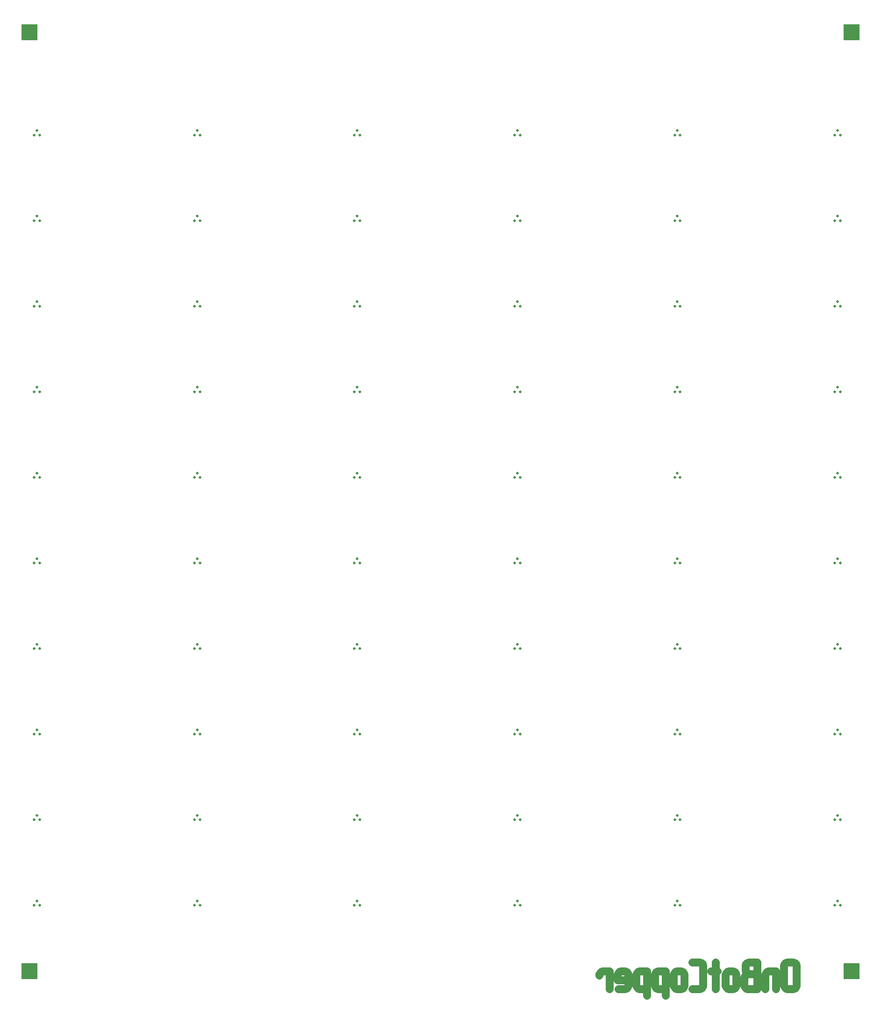
<source format=gbr>
G04 FreePCB MFC Application*
G04 Version: ÏëàòÔîðì 2.427*
G04 Author: niconson.com *
G04 WebSite: https://niconson.com/freepcb2 *
G04 Repositories: https://github.com/niconson *
G04 D:\Works\ÏëàòÔîðì íà ðóññêîì\Projects\Led\version-01\(wERRORS)CAM(Driver-01)(9-14-2025)\Driver-01.BML.gbr*

G04 Objects of panelization *
G04 âèä íèç layer *
G04 Scale: 100 percent, Rotated: No, Reflected: No *
%FSLAX26Y26*%
%MOIN*%
G04 âèä íèç *
G04 Rounded Rectangle Macro, params: W/2, H/2, R *
%AMRNDREC*
21,1,$1+$1,$2+$2-$3-$3,0,0,0*
21,1,$1+$1-$3-$3,$2+$2,0,0,0*
1,1,$3+$3,$1-$3,$2-$3*
1,1,$3+$3,$3-$1,$2-$3*
1,1,$3+$3,$1-$3,$3-$2*
1,1,$3+$3,$3-$1,$3-$2*%
G04 Rectangular Thermal Macro, params: W/4, H/4, TW/4, TC/4 *
%AMRECTHERM*
21,1,$1+$1-$3-$3-$4-$4,$2+$2-$3-$3-$4-$4-$4-$4,0-$1-$3-$4,0-$2-$3,0*
21,1,$1+$1-$3-$3-$4-$4-$4-$4,$2+$2-$3-$3-$4-$4,0-$1-$3,0-$2-$3-$4,0*
1,1,$4+$4+$4+$4,0-$1-$1+$4+$4,0-$2-$2+$4+$4*
1,1,$4+$4+$4+$4,0-$1-$1+$4+$4,0-$3-$3-$4-$4*
1,1,$4+$4+$4+$4,0-$3-$3-$4-$4,0-$2-$2+$4+$4*
21,1,$1+$1-$3-$3-$4-$4,$2+$2-$3-$3-$4-$4-$4-$4,0-$1-$3-$4,$2+$3,0*
21,1,$1+$1-$3-$3-$4-$4-$4-$4,$2+$2-$3-$3-$4-$4,0-$1-$3,$2+$3+$4,0*
1,1,$4+$4+$4+$4,0-$1-$1+$4+$4,$2+$2-$4-$4*
1,1,$4+$4+$4+$4,0-$1-$1+$4+$4,$3+$3+$4+$4*
1,1,$4+$4+$4+$4,0-$3-$3-$4-$4,$2+$2-$4-$4*
21,1,$1+$1-$3-$3-$4-$4,$2+$2-$3-$3-$4-$4-$4-$4,$1+$3+$4,0-$2-$3,0*
21,1,$1+$1-$3-$3-$4-$4-$4-$4,$2+$2-$3-$3-$4-$4,$1+$3,0-$2-$3-$4,0*
1,1,$4+$4+$4+$4,$1+$1-$4-$4,0-$2-$2+$4+$4*
1,1,$4+$4+$4+$4,$1+$1-$4-$4,0-$3-$3-$4-$4*
1,1,$4+$4+$4+$4,$3+$3+$4+$4,0-$2-$2+$4+$4*
21,1,$1+$1-$3-$3-$4-$4,$2+$2-$3-$3-$4-$4-$4-$4,$1+$3+$4,$2+$3,0*
21,1,$1+$1-$3-$3-$4-$4-$4-$4,$2+$2-$3-$3-$4-$4,$1+$3,$2+$3+$4,0*
1,1,$4+$4+$4+$4,$1+$1-$4-$4,$2+$2-$4-$4*
1,1,$4+$4+$4+$4,$1+$1-$4-$4,$3+$3+$4+$4*
1,1,$4+$4+$4+$4,$3+$3+$4+$4,$2+$2-$4-$4*%
%AMRECTHERM_45*
21,1,$1+$1+$1+$1,$2+$2+$2+$2-$4-$4-$4-$4-$4-$4-$4-$4-$4-$4-$3-$3,0,0,0*
21,1,$1+$1+$1+$1-$4-$4-$4-$4-$4-$4-$4-$4-$4-$4-$3-$3,$2+$2+$2+$2,0,0,0*
1,1,$4+$4+$4+$4,$1+$1-$4-$4,$2+$2-$4-$4-$4-$4-$4-$3*
1,1,$4+$4+$4+$4,$1+$1-$4-$4,0-$2-$2+$4+$4+$4+$4+$4+$3*
1,1,$4+$4+$4+$4,$1+$1-$4-$4-$4-$4-$4-$3,$2+$2-$4-$4*
1,1,$4+$4+$4+$4,0-$1-$1+$4+$4+$4+$4+$4+$3,$2+$2-$4-$4*
1,1,$4+$4+$4+$4,0-$1-$1+$4+$4,$2+$2-$4-$4-$4-$4-$4-$3*
1,1,$4+$4+$4+$4,0-$1-$1+$4+$4,0-$2-$2+$4+$4+$4+$4+$4+$3*
1,1,$4+$4+$4+$4,$1+$1-$4-$4-$4-$4-$4-$3,0-$2-$2+$4+$4*
1,1,$4+$4+$4+$4,0-$1-$1+$4+$4+$4+$4+$4+$3,0-$2-$2+$4+$4*%
%ADD10R,0.118110X0.118110*%
%ADD11C,0.056243*%
%ADD12C,0.010000*%
%ADD13C,0.019685*%
G01*
G04 begin color: clBlack*
%LPD*%

G04 Objects of panelization *
D10*
X-590551Y-846456D03*
X5275590Y5846456D03*
X-590551Y5846456D03*
X5275590Y-846456D03*
D11*
X4881850Y-947300D02*
X4877600Y-960150D01*
X4877600Y-960150D02*
X4869050Y-968700D01*
X4869050Y-968700D02*
X4856200Y-973000D01*
X4856200Y-973000D02*
X4817650Y-973000D01*
X4817650Y-973000D02*
X4804850Y-968700D01*
X4804850Y-968700D02*
X4796300Y-960150D01*
X4796300Y-960150D02*
X4792000Y-947300D01*
X4792000Y-947300D02*
X4792000Y-806100D01*
X4792000Y-806100D02*
X4796300Y-793250D01*
X4796300Y-793250D02*
X4804850Y-784700D01*
X4804850Y-784700D02*
X4817650Y-780400D01*
X4817650Y-780400D02*
X4856200Y-780400D01*
X4856200Y-780400D02*
X4869050Y-784700D01*
X4869050Y-784700D02*
X4877600Y-793250D01*
X4877600Y-793250D02*
X4881850Y-806100D01*
X4881850Y-806100D02*
X4881850Y-947300D01*
X4735700Y-973000D02*
X4735700Y-844600D01*
X4735700Y-844600D02*
X4684350Y-844600D01*
X4684350Y-844600D02*
X4671500Y-848900D01*
X4671500Y-848900D02*
X4662950Y-857450D01*
X4662950Y-857450D02*
X4658650Y-870250D01*
X4658650Y-870250D02*
X4658650Y-973000D01*
X4542450Y-780400D02*
X4602350Y-780400D01*
X4602350Y-780400D02*
X4602350Y-973000D01*
X4602350Y-973000D02*
X4533900Y-973000D01*
X4533900Y-973000D02*
X4521050Y-968700D01*
X4521050Y-968700D02*
X4512500Y-960150D01*
X4512500Y-960150D02*
X4508200Y-947300D01*
X4508200Y-947300D02*
X4508200Y-891650D01*
X4508200Y-891650D02*
X4512500Y-878850D01*
X4512500Y-878850D02*
X4521050Y-870250D01*
X4542450Y-780400D02*
X4529600Y-784700D01*
X4529600Y-784700D02*
X4521050Y-793250D01*
X4521050Y-793250D02*
X4516750Y-806100D01*
X4516750Y-806100D02*
X4516750Y-840300D01*
X4516750Y-840300D02*
X4521050Y-853150D01*
X4521050Y-853150D02*
X4529600Y-861700D01*
X4529600Y-861700D02*
X4542450Y-866000D01*
X4521050Y-870250D02*
X4533900Y-866000D01*
X4533900Y-866000D02*
X4602350Y-866000D01*
X4451900Y-947300D02*
X4447600Y-960150D01*
X4447600Y-960150D02*
X4439050Y-968700D01*
X4439050Y-968700D02*
X4426250Y-973000D01*
X4426250Y-973000D02*
X4400550Y-973000D01*
X4400550Y-973000D02*
X4387700Y-968700D01*
X4387700Y-968700D02*
X4379150Y-960150D01*
X4379150Y-960150D02*
X4374900Y-947300D01*
X4374900Y-947300D02*
X4374900Y-870250D01*
X4374900Y-870250D02*
X4379150Y-857450D01*
X4379150Y-857450D02*
X4387700Y-848900D01*
X4387700Y-848900D02*
X4400550Y-844600D01*
X4400550Y-844600D02*
X4426250Y-844600D01*
X4426250Y-844600D02*
X4439050Y-848900D01*
X4439050Y-848900D02*
X4447600Y-857450D01*
X4447600Y-857450D02*
X4451900Y-870250D01*
X4451900Y-870250D02*
X4451900Y-947300D01*
X4305750Y-780400D02*
X4305750Y-973000D01*
X4318550Y-844600D02*
X4271500Y-844600D01*
X4138150Y-973000D02*
X4189500Y-973000D01*
X4189500Y-973000D02*
X4202350Y-968700D01*
X4202350Y-968700D02*
X4210900Y-960150D01*
X4210900Y-960150D02*
X4215200Y-947300D01*
X4215200Y-947300D02*
X4215200Y-806100D01*
X4215200Y-806100D02*
X4210900Y-793250D01*
X4210900Y-793250D02*
X4202350Y-784700D01*
X4202350Y-784700D02*
X4189500Y-780400D01*
X4189500Y-780400D02*
X4138150Y-780400D01*
X4081850Y-947300D02*
X4077550Y-960150D01*
X4077550Y-960150D02*
X4069000Y-968700D01*
X4069000Y-968700D02*
X4056200Y-973000D01*
X4056200Y-973000D02*
X4030500Y-973000D01*
X4030500Y-973000D02*
X4017650Y-968700D01*
X4017650Y-968700D02*
X4009100Y-960150D01*
X4009100Y-960150D02*
X4004800Y-947300D01*
X4004800Y-947300D02*
X4004800Y-870250D01*
X4004800Y-870250D02*
X4009100Y-857450D01*
X4009100Y-857450D02*
X4017650Y-848900D01*
X4017650Y-848900D02*
X4030500Y-844600D01*
X4030500Y-844600D02*
X4056200Y-844600D01*
X4056200Y-844600D02*
X4069000Y-848900D01*
X4069000Y-848900D02*
X4077550Y-857450D01*
X4077550Y-857450D02*
X4081850Y-870250D01*
X4081850Y-870250D02*
X4081850Y-947300D01*
X3948500Y-1020050D02*
X3948500Y-844600D01*
X3948500Y-844600D02*
X3897150Y-844600D01*
X3897150Y-844600D02*
X3884350Y-848900D01*
X3884350Y-848900D02*
X3875750Y-857450D01*
X3875750Y-857450D02*
X3871500Y-870250D01*
X3871500Y-870250D02*
X3871500Y-947300D01*
X3871500Y-947300D02*
X3875750Y-960150D01*
X3875750Y-960150D02*
X3884350Y-968700D01*
X3884350Y-968700D02*
X3897150Y-973000D01*
X3897150Y-973000D02*
X3948500Y-973000D01*
X3815200Y-1020050D02*
X3815200Y-844600D01*
X3815200Y-844600D02*
X3763850Y-844600D01*
X3763850Y-844600D02*
X3751000Y-848900D01*
X3751000Y-848900D02*
X3742450Y-857450D01*
X3742450Y-857450D02*
X3738150Y-870250D01*
X3738150Y-870250D02*
X3738150Y-947300D01*
X3738150Y-947300D02*
X3742450Y-960150D01*
X3742450Y-960150D02*
X3751000Y-968700D01*
X3751000Y-968700D02*
X3763850Y-973000D01*
X3763850Y-973000D02*
X3815200Y-973000D01*
X3681850Y-908800D02*
X3604800Y-908800D01*
X3604800Y-908800D02*
X3604800Y-870250D01*
X3604800Y-870250D02*
X3609100Y-857450D01*
X3609100Y-857450D02*
X3617650Y-848900D01*
X3617650Y-848900D02*
X3630500Y-844600D01*
X3630500Y-844600D02*
X3656150Y-844600D01*
X3656150Y-844600D02*
X3669000Y-848900D01*
X3669000Y-848900D02*
X3677550Y-857450D01*
X3677550Y-857450D02*
X3681850Y-870250D01*
X3681850Y-870250D02*
X3681850Y-947300D01*
X3681850Y-947300D02*
X3677550Y-960150D01*
X3677550Y-960150D02*
X3669000Y-968700D01*
X3669000Y-968700D02*
X3656150Y-973000D01*
X3656150Y-973000D02*
X3609100Y-973000D01*
X3548500Y-973000D02*
X3548500Y-844600D01*
X3548500Y-844600D02*
X3501450Y-844600D01*
X3501450Y-844600D02*
X3488600Y-848900D01*
X3488600Y-848900D02*
X3480050Y-857450D01*
X3480050Y-857450D02*
X3475750Y-866000D01*
X3475750Y-866000D02*
X3475750Y-874550D01*
D12*

G04 Step and Repeat for panelization *
%SRX6Y10I1.141732J0.610236*%

G04 ----------------------- Draw board outline (positive)*

G04 -------------- Draw Parts, Pads, Traces, Vias and Text (positive)*
D13*
X-534797Y-345091D03*
X-515112Y-376587D03*
X-554482Y-376587D03*

G04 Draw traces*

G04 Draw Text*
D12*
M02*

</source>
